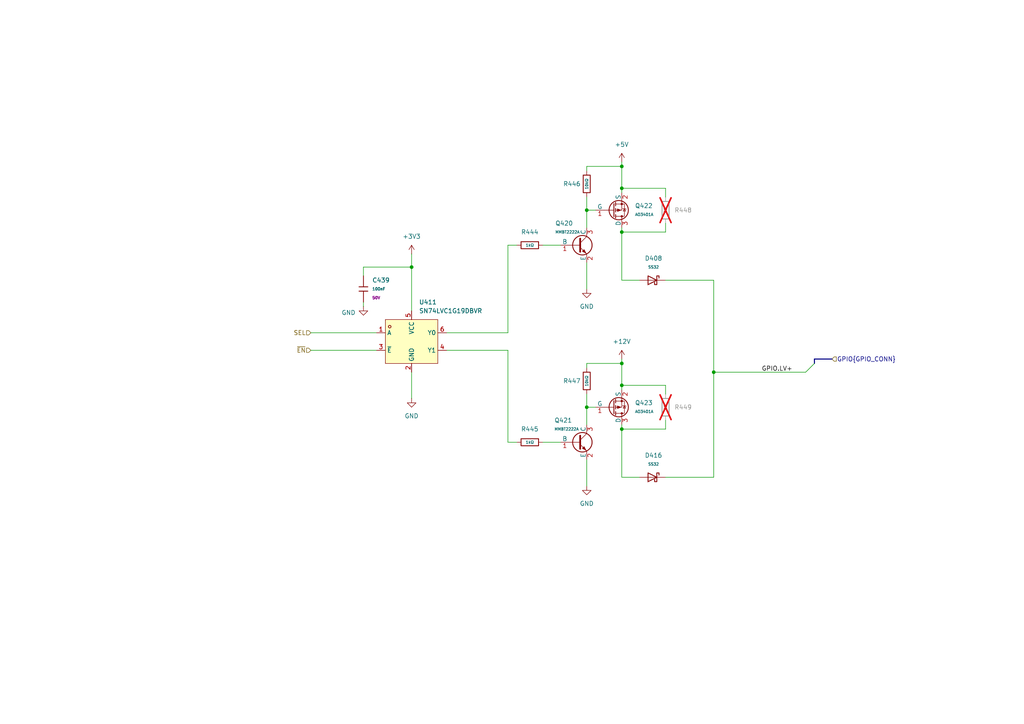
<source format=kicad_sch>
(kicad_sch (version 20250114) (generator "eeschema") (generator_version "9.0")
  (paper "A4")
  (lib_symbols
    (symbol "1to2Decoder:SN74LVC1G19DBVR"
      (property "Reference" "U" (at -6.858 7.366 0))
      (property "Value" "SN74LVC1G19DBVR" (at 10.16 -7.874 0))
      (symbol "SN74LVC1G19DBVR_0_1"
        (rectangle (start -7.62 6.35) (end 7.62 -6.35) (fill (type background)))
        (circle (center -6.35 4.32) (radius 0.38))
        (circle (center -6.35 4.32) (radius 0.38))
        (pin unspecified line (at -10.16 2.54 0) (length 2.54) (name "A") (number "1"))
        (pin unspecified line (at -10.16 -2.54 0) (length 2.54) (name "~{E}") (number "3"))
        (pin unspecified line (at 0 8.89 270) (length 2.54) (name "VCC") (number "5"))
        (pin unspecified line (at 0 -8.89 90) (length 2.54) (name "GND") (number "2"))
        (pin unspecified line (at 10.16 2.54 180) (length 2.54) (name "Y0") (number "6"))
        (pin unspecified line (at 10.16 -2.54 180) (length 2.54) (name "Y1") (number "4"))
      )
    )
    (symbol "PCM_JLCPCB-Capacitors:0402,100nF,(2)" (pin_numbers (hide yes)) (pin_names (offset 0))
      (property "Reference" "C" (at 2.032 1.668 0))
      (property "Value" "100nF" (at 2.032 -0.3782 0))
      (property "Voltage Rated" "50V" (at 2.032 -2.0462 0))
      (symbol "0402,100nF,(2)_0_1"
        (polyline (pts (xy -1.27 0.635) (xy 1.27 0.635)) (stroke (width 0.254)))
        (polyline (pts (xy -1.27 -0.635) (xy 1.27 -0.635)) (stroke (width 0.254)))
      )
      (symbol "0402,100nF,(2)_1_1"
        (pin passive line (at 0 3.81 270) (length 3.175) (name "~") (number "1"))
        (pin passive line (at 0 -3.81 90) (length 3.175) (name "~") (number "2"))
      )
    )
    (symbol "PCM_JLCPCB-Diodes:Schottky,SS32" (pin_numbers (hide yes)) (pin_names (offset 0))
      (property "Reference" "D" (at 2.032 0.834 0))
      (property "Value" "SS32" (at 2.032 -1.2122 0))
      (symbol "Schottky,SS32_0_1"
        (polyline (pts (xy -1.27 1.27) (xy 0 -1.27) (xy 1.27 1.27) (xy -1.27 1.27)) (stroke (width 0.254)))
        (polyline (pts (xy 0.635 -1.905) (xy 1.27 -1.905) (xy 1.27 -1.27) (xy -1.27 -1.27) (xy -1.27 -0.635) (xy -0.635 -0.635)) (stroke (width 0.254)))
      )
      (symbol "Schottky,SS32_1_1"
        (pin passive line (at 0 3.81 270) (length 3.81) (name "~") (number "2"))
        (pin passive line (at 0 -3.81 90) (length 3.81) (name "~") (number "1"))
      )
    )
    (symbol "PCM_JLCPCB-Resistors:0402,10kΩ" (pin_numbers (hide yes)) (pin_names (offset 0))
      (property "Reference" "R" (at 1.778 0 0))
      (property "Value" "10kΩ" (at 0 0 90))
      (symbol "0402,10kΩ_0_1"
        (rectangle (start -1.016 2.54) (end 1.016 -2.54) (stroke (width 0.254)))
      )
      (symbol "0402,10kΩ_1_1"
        (pin passive line (at 0 3.81 270) (length 1.27) (name "~") (number "1"))
        (pin passive line (at 0 -3.81 90) (length 1.27) (name "~") (number "2"))
      )
    )
    (symbol "PCM_JLCPCB-Resistors:0402,1kΩ" (pin_numbers (hide yes)) (pin_names (offset 0))
      (property "Reference" "R" (at 1.778 0 0))
      (property "Value" "1kΩ" (at 0 0 90))
      (symbol "0402,1kΩ_0_1"
        (rectangle (start -1.016 2.54) (end 1.016 -2.54) (stroke (width 0.254)))
      )
      (symbol "0402,1kΩ_1_1"
        (pin passive line (at 0 3.81 270) (length 1.27) (name "~") (number "1"))
        (pin passive line (at 0 -3.81 90) (length 1.27) (name "~") (number "2"))
      )
    )
    (symbol "PCM_JLCPCB-Resistors:0805,0Ω" (pin_numbers (hide yes)) (pin_names (offset 0))
      (property "Reference" "R" (at 1.778 0 0))
      (property "Value" "0Ω" (at 0 0 90))
      (symbol "0805,0Ω_0_1"
        (rectangle (start -1.016 2.54) (end 1.016 -2.54) (stroke (width 0.254)))
      )
      (symbol "0805,0Ω_1_1"
        (pin passive line (at 0 3.81 270) (length 1.27) (name "~") (number "1"))
        (pin passive line (at 0 -3.81 90) (length 1.27) (name "~") (number "2"))
      )
    )
    (symbol "PCM_JLCPCB-Transistors:NPN,MMBT2222A" (pin_names (offset 0))
      (property "Reference" "Q" (at 4.8514 0.834 0))
      (property "Value" "MMBT2222A" (at 4.8514 -1.2122 0))
      (symbol "NPN,MMBT2222A_0_1"
        (polyline (pts (xy -2.54 0) (xy 0.635 0)) (stroke (width 0.1524)))
        (polyline (pts (xy 0.635 1.905) (xy 0.635 -1.905) (xy 0.635 -1.905)) (stroke (width 0.508)))
        (polyline (pts (xy 0.635 0.635) (xy 2.54 2.54)))
        (polyline (pts (xy 0.635 -0.635) (xy 2.54 -2.54) (xy 2.54 -2.54)))
        (circle (center 1.27 0) (radius 2.8194) (stroke (width 0.254)))
        (polyline (pts (xy 1.27 -1.778) (xy 1.778 -1.27) (xy 2.286 -2.286) (xy 1.27 -1.778) (xy 1.27 -1.778)) (fill (type outline)))
        (polyline (pts (xy 2.794 -1.27) (xy 2.794 -1.27)) (stroke (width 0.1524)))
        (polyline (pts (xy 2.794 -1.27) (xy 2.794 -1.27)) (stroke (width 0.1524)))
      )
      (symbol "NPN,MMBT2222A_1_1"
        (pin input line (at -5.08 0 0) (length 2.54) (name "B") (number "1"))
        (pin open_collector line (at 2.54 5.08 270) (length 2.54) (name "C") (number "3"))
        (pin open_emitter line (at 2.54 -5.08 90) (length 2.54) (name "E") (number "2"))
      )
    )
    (symbol "PCM_JLCPCB-Transistors:PMOS,AO3401A" (pin_names (offset 0))
      (property "Reference" "Q" (at 4.8514 0.834 0))
      (property "Value" "AO3401A" (at 4.8514 -1.2122 0))
      (symbol "PMOS,AO3401A_0_1"
        (polyline (pts (xy 0.254 1.905) (xy 0.254 -1.905)) (stroke (width 0.254)))
        (polyline (pts (xy 0.254 0) (xy -2.54 0)))
        (polyline (pts (xy 0.762 2.286) (xy 0.762 1.27)) (stroke (width 0.254)))
        (polyline (pts (xy 0.762 1.778) (xy 3.302 1.778) (xy 3.302 -1.778) (xy 0.762 -1.778)))
        (polyline (pts (xy 0.762 0.508) (xy 0.762 -0.508)) (stroke (width 0.254)))
        (polyline (pts (xy 0.762 -1.27) (xy 0.762 -2.286)) (stroke (width 0.254)))
        (circle (center 1.651 0) (radius 2.794) (stroke (width 0.254)))
        (polyline (pts (xy 2.286 0) (xy 1.27 0.381) (xy 1.27 -0.381) (xy 2.286 0)) (fill (type outline)))
        (polyline (pts (xy 2.54 2.54) (xy 2.54 1.778)))
        (circle (center 2.54 1.778) (radius 0.254) (fill (type outline)))
        (circle (center 2.54 -1.778) (radius 0.254) (fill (type outline)))
        (polyline (pts (xy 2.54 -2.54) (xy 2.54 0) (xy 0.762 0)))
        (polyline (pts (xy 2.794 -0.508) (xy 2.921 -0.381) (xy 3.683 -0.381) (xy 3.81 -0.254)))
        (polyline (pts (xy 3.302 -0.381) (xy 2.921 0.254) (xy 3.683 0.254) (xy 3.302 -0.381)))
      )
      (symbol "PMOS,AO3401A_1_1"
        (pin input line (at -5.08 0 0) (length 2.54) (name "G") (number "1"))
        (pin passive line (at 2.54 5.08 270) (length 2.54) (name "D") (number "3"))
        (pin passive line (at 2.54 -5.08 90) (length 2.54) (name "S") (number "2"))
      )
    )
    (symbol "power:+12V" (power) (pin_numbers (hide yes)) (pin_names (offset 0) (hide yes))
      (property "Value" "+12V" (at 0 3.556 0))
      (symbol "+12V_0_1"
        (polyline (pts (xy -0.762 1.27) (xy 0 2.54)))
        (polyline (pts (xy 0 2.54) (xy 0.762 1.27)))
        (polyline (pts (xy 0 0) (xy 0 2.54)))
      )
      (symbol "+12V_1_1"
        (pin power_in line (at 0 0 90) (length 0) (name "~") (number "1"))
      )
    )
    (symbol "power:+3V3" (power) (pin_numbers (hide yes)) (pin_names (offset 0) (hide yes))
      (property "Value" "+3V3" (at 0 3.556 0))
      (symbol "+3V3_0_1"
        (polyline (pts (xy -0.762 1.27) (xy 0 2.54)))
        (polyline (pts (xy 0 2.54) (xy 0.762 1.27)))
        (polyline (pts (xy 0 0) (xy 0 2.54)))
      )
      (symbol "+3V3_1_1"
        (pin power_in line (at 0 0 90) (length 0) (name "~") (number "1"))
      )
    )
    (symbol "power:+5V" (power) (pin_numbers (hide yes)) (pin_names (offset 0) (hide yes))
      (property "Value" "+5V" (at 0 3.556 0))
      (symbol "+5V_0_1"
        (polyline (pts (xy -0.762 1.27) (xy 0 2.54)))
        (polyline (pts (xy 0 2.54) (xy 0.762 1.27)))
        (polyline (pts (xy 0 0) (xy 0 2.54)))
      )
      (symbol "+5V_1_1"
        (pin power_in line (at 0 0 90) (length 0) (name "~") (number "1"))
      )
    )
    (symbol "power:GND" (power) (pin_numbers (hide yes)) (pin_names (offset 0) (hide yes))
      (property "Value" "GND" (at 0 -3.81 0))
      (symbol "GND_0_1"
        (polyline (pts (xy 0 0) (xy 0 -1.27) (xy 1.27 -1.27) (xy 0 -2.54) (xy -1.27 -1.27) (xy 0 -1.27)))
      )
      (symbol "GND_1_1"
        (pin power_in line (at 0 0 270) (length 0) (name "~") (number "1"))
      )
    )
  )
  (junction (at 119.38 77.47))
  (junction (at 180.34 67.31))
  (junction (at 170.18 60.96))
  (junction (at 180.34 124.46))
  (junction (at 207.01 107.95))
  (junction (at 180.34 111.76))
  (junction (at 180.34 54.61))
  (junction (at 180.34 105.41))
  (junction (at 180.34 48.26))
  (junction (at 170.18 118.11))
  (bus_entry (at 236.22 105.41) (size -2.54 2.54))
  (wire (pts (xy 193.04 124.46) (xy 180.34 124.46)))
  (wire (pts (xy 180.34 48.26) (xy 180.34 54.61)))
  (wire (pts (xy 170.18 118.11) (xy 172.72 118.11)))
  (wire (pts (xy 193.04 111.76) (xy 180.34 111.76)))
  (wire (pts (xy 180.34 123.19) (xy 180.34 124.46)))
  (wire (pts (xy 105.41 80.01) (xy 105.41 77.47)))
  (wire (pts (xy 170.18 48.26) (xy 170.18 49.53)))
  (wire (pts (xy 119.38 73.66) (xy 119.38 77.47)))
  (wire (pts (xy 170.18 118.11) (xy 170.18 123.19)))
  (wire (pts (xy 162.56 71.12) (xy 157.48 71.12)))
  (wire (pts (xy 147.32 96.52) (xy 129.54 96.52)))
  (wire (pts (xy 147.32 71.12) (xy 147.32 96.52)))
  (wire (pts (xy 129.54 101.6) (xy 147.32 101.6)))
  (wire (pts (xy 105.41 88.9) (xy 105.41 87.63)))
  (wire (pts (xy 193.04 64.77) (xy 193.04 67.31)))
  (bus (pts (xy 241.3 104.14) (xy 236.22 104.14)))
  (wire (pts (xy 180.34 48.26) (xy 170.18 48.26)))
  (wire (pts (xy 193.04 121.92) (xy 193.04 124.46)))
  (wire (pts (xy 170.18 105.41) (xy 170.18 106.68)))
  (wire (pts (xy 193.04 67.31) (xy 180.34 67.31)))
  (wire (pts (xy 170.18 133.35) (xy 170.18 140.97)))
  (wire (pts (xy 185.42 138.43) (xy 180.34 138.43)))
  (wire (pts (xy 193.04 54.61) (xy 180.34 54.61)))
  (wire (pts (xy 180.34 105.41) (xy 180.34 111.76)))
  (wire (pts (xy 207.01 138.43) (xy 193.04 138.43)))
  (wire (pts (xy 180.34 124.46) (xy 180.34 138.43)))
  (wire (pts (xy 180.34 46.99) (xy 180.34 48.26)))
  (wire (pts (xy 90.17 96.52) (xy 109.22 96.52)))
  (wire (pts (xy 180.34 54.61) (xy 180.34 55.88)))
  (wire (pts (xy 207.01 81.28) (xy 207.01 107.95)))
  (wire (pts (xy 207.01 107.95) (xy 233.68 107.95)))
  (wire (pts (xy 170.18 60.96) (xy 172.72 60.96)))
  (wire (pts (xy 147.32 101.6) (xy 147.32 128.27)))
  (wire (pts (xy 193.04 114.3) (xy 193.04 111.76)))
  (bus (pts (xy 236.22 104.14) (xy 236.22 105.41)))
  (wire (pts (xy 185.42 81.28) (xy 180.34 81.28)))
  (wire (pts (xy 157.48 128.27) (xy 162.56 128.27)))
  (wire (pts (xy 193.04 57.15) (xy 193.04 54.61)))
  (wire (pts (xy 119.38 107.95) (xy 119.38 115.57)))
  (wire (pts (xy 170.18 57.15) (xy 170.18 60.96)))
  (wire (pts (xy 207.01 107.95) (xy 207.01 138.43)))
  (wire (pts (xy 147.32 128.27) (xy 149.86 128.27)))
  (wire (pts (xy 180.34 67.31) (xy 180.34 66.04)))
  (wire (pts (xy 180.34 105.41) (xy 170.18 105.41)))
  (wire (pts (xy 180.34 111.76) (xy 180.34 113.03)))
  (wire (pts (xy 119.38 77.47) (xy 119.38 90.17)))
  (wire (pts (xy 180.34 104.14) (xy 180.34 105.41)))
  (wire (pts (xy 170.18 114.3) (xy 170.18 118.11)))
  (wire (pts (xy 105.41 77.47) (xy 119.38 77.47)))
  (wire (pts (xy 193.04 81.28) (xy 207.01 81.28)))
  (wire (pts (xy 149.86 71.12) (xy 147.32 71.12)))
  (wire (pts (xy 90.17 101.6) (xy 109.22 101.6)))
  (wire (pts (xy 180.34 67.31) (xy 180.34 81.28)))
  (wire (pts (xy 170.18 76.2) (xy 170.18 83.82)))
  (wire (pts (xy 170.18 60.96) (xy 170.18 66.04)))
  (label "GPIO.LV+" (at 229.87 107.95 180))
  (hierarchical_label "SEL" (shape input) (at 90.17 96.52 180))
  (hierarchical_label "GPIO{GPIO_CONN}" (shape input) (at 241.3 104.14 0))
  (hierarchical_label "~{EN}" (shape input) (at 90.17 101.6 180))
  (symbol (lib_id "PCM_JLCPCB-Diodes:Schottky,SS32") (at 189.23 81.28 90) (unit 1)
    (property "Reference" "D403" (at 189.5475 74.93 90))
    (property "Value" "SS32" (at 189.5475 77.47 90) (effects (font (size 0.8 0.8))))
    (property "Footprint" "PCM_JLCPCB:D_SMA" (effects (hide yes)))
    (property "Datasheet" "https://wmsc.lcsc.com/wmsc/upload/file/pdf/v2/lcsc/2402291130_hongjiacheng-SS32_C18199173.pdf" (effects (hide yes)))
    (property "Description" "20V Independent Type 550mV@3.0A 3A SMA(DO-214AC) Schottky Diodes ROHS" (effects (hide yes)))
    (property "LCSC" "C18199173" (effects (hide yes)))
    (property "Stock" "50459" (effects (hide yes)))
    (property "Price" "0.039USD" (effects (hide yes)))
    (property "Process" "SMT" (effects (hide yes)))
    (property "Minimum Qty" "5" (effects (hide yes)))
    (property "Attrition Qty" "4" (effects (hide yes)))
    (property "Class" "Preferred Component" (effects (hide yes)))
    (property "Category" "Diodes,Schottky Diodes" (effects (hide yes)))
    (property "Manufacturer" "hongjiacheng" (effects (hide yes)))
    (property "Part" "SS32" (effects (hide yes)))
    (property "Rectified Current" "3A" (effects (hide yes)))
    (property "Forward Voltage (Vf@If)" "550mV@3.0A" (effects (hide yes)))
    (property "Reverse Voltage (Vr)" "20V" (effects (hide yes)))
    (property "Diode Configuration" "Independent Type" (effects (hide yes)))
    (property "Reverse Leakage Current (Ir)" "200uA@20V" (effects (hide yes)))
    (instances (project "" (path "" (reference "D408") (unit 1)) (path "" (reference "D410") (unit 1)) (path "" (reference "D407") (unit 1)) (path "" (reference "D409") (unit 1)) (path "" (reference "D405") (unit 1)) (path "" (reference "D403") (unit 1)) (path "" (reference "D406") (unit 1)) (path "" (reference "D404") (unit 1))))
  )
  (symbol (lib_id "PCM_JLCPCB-Resistors:0805,0Ω") (at 193.04 60.96 0) (unit 1) (in_bom no) (dnp yes)
    (property "Reference" "R418" (at 195.58 60.9599 0) (effects (justify left)))
    (property "Value" "0Ω" (at 193.04 60.96 90) (effects (font (size 0.8 0.8))))
    (property "Footprint" "PCM_JLCPCB:R_0805" (effects (hide yes)))
    (property "Datasheet" "https://www.lcsc.com/datasheet/lcsc_datasheet_2206010216_UNI-ROYAL-Uniroyal-Elec-0805W8F0000T5E_C17477.pdf" (effects (hide yes)))
    (property "Description" "125mW Thick Film Resistors 150V ±800ppm/°C ±1% 0Ω 0805 Chip Resistor - Surface Mount ROHS" (effects (hide yes)))
    (property "LCSC" "C17477" (effects (hide yes)))
    (property "Stock" "3372209" (effects (hide yes)))
    (property "Price" "0.005USD" (effects (hide yes)))
    (property "Process" "SMT" (effects (hide yes)))
    (property "Minimum Qty" "20" (effects (hide yes)))
    (property "Attrition Qty" "10" (effects (hide yes)))
    (property "Class" "Basic Component" (effects (hide yes)))
    (property "Category" "Resistors,Chip Resistor - Surface Mount" (effects (hide yes)))
    (property "Manufacturer" "UNI-ROYAL(Uniroyal Elec)" (effects (hide yes)))
    (property "Part" "0805W8F0000T5E" (effects (hide yes)))
    (property "Resistance" "0Ω" (effects (hide yes)))
    (property "Power(Watts)" "125mW" (effects (hide yes)))
    (property "Type" "Thick Film Resistors" (effects (hide yes)))
    (property "Overload Voltage (Max)" "150V" (effects (hide yes)))
    (property "Operating Temperature Range" "-55°C~+155°C" (effects (hide yes)))
    (property "Tolerance" "±1%" (effects (hide yes)))
    (property "Temperature Coefficient" "±800ppm/°C" (effects (hide yes)))
    (instances (project "base-module" (path "" (reference "R448") (unit 1)) (path "" (reference "R460") (unit 1)) (path "" (reference "R442") (unit 1)) (path "" (reference "R454") (unit 1)) (path "" (reference "R424") (unit 1)) (path "" (reference "R418") (unit 1)) (path "" (reference "R433") (unit 1)) (path "" (reference "R436") (unit 1))))
  )
  (symbol (lib_id "PCM_JLCPCB-Resistors:0805,0Ω") (at 193.04 118.11 0) (unit 1) (in_bom no) (dnp yes)
    (property "Reference" "R419" (at 195.58 118.1099 0) (effects (justify left)))
    (property "Value" "0Ω" (at 193.04 118.11 90) (effects (font (size 0.8 0.8))))
    (property "Footprint" "PCM_JLCPCB:R_0805" (effects (hide yes)))
    (property "Datasheet" "https://www.lcsc.com/datasheet/lcsc_datasheet_2206010216_UNI-ROYAL-Uniroyal-Elec-0805W8F0000T5E_C17477.pdf" (effects (hide yes)))
    (property "Description" "125mW Thick Film Resistors 150V ±800ppm/°C ±1% 0Ω 0805 Chip Resistor - Surface Mount ROHS" (effects (hide yes)))
    (property "LCSC" "C17477" (effects (hide yes)))
    (property "Stock" "3372209" (effects (hide yes)))
    (property "Price" "0.005USD" (effects (hide yes)))
    (property "Process" "SMT" (effects (hide yes)))
    (property "Minimum Qty" "20" (effects (hide yes)))
    (property "Attrition Qty" "10" (effects (hide yes)))
    (property "Class" "Basic Component" (effects (hide yes)))
    (property "Category" "Resistors,Chip Resistor - Surface Mount" (effects (hide yes)))
    (property "Manufacturer" "UNI-ROYAL(Uniroyal Elec)" (effects (hide yes)))
    (property "Part" "0805W8F0000T5E" (effects (hide yes)))
    (property "Resistance" "0Ω" (effects (hide yes)))
    (property "Power(Watts)" "125mW" (effects (hide yes)))
    (property "Type" "Thick Film Resistors" (effects (hide yes)))
    (property "Overload Voltage (Max)" "150V" (effects (hide yes)))
    (property "Operating Temperature Range" "-55°C~+155°C" (effects (hide yes)))
    (property "Tolerance" "±1%" (effects (hide yes)))
    (property "Temperature Coefficient" "±800ppm/°C" (effects (hide yes)))
    (instances (project "base-module" (path "" (reference "R449") (unit 1)) (path "" (reference "R461") (unit 1)) (path "" (reference "R443") (unit 1)) (path "" (reference "R455") (unit 1)) (path "" (reference "R425") (unit 1)) (path "" (reference "R419") (unit 1)) (path "" (reference "R434") (unit 1)) (path "" (reference "R437") (unit 1))))
  )
  (symbol (lib_id "PCM_JLCPCB-Resistors:0402,10kΩ") (at 170.18 53.34 0) (unit 1)
    (property "Reference" "R415" (at 163.322 53.34 0) (effects (justify left)))
    (property "Value" "10kΩ" (at 170.18 53.34 90) (effects (font (size 0.8 0.8))))
    (property "Footprint" "PCM_JLCPCB:R_0402" (effects (hide yes)))
    (property "Datasheet" "https://www.lcsc.com/datasheet/lcsc_datasheet_2411221126_UNI-ROYAL-Uniroyal-Elec-0402WGF1002TCE_C25744.pdf" (effects (hide yes)))
    (property "Description" "62.5mW Thick Film Resistors 50V ±100ppm/°C ±1% 10kΩ 0402 Chip Resistor - Surface Mount ROHS" (effects (hide yes)))
    (property "LCSC" "C25744" (effects (hide yes)))
    (property "Stock" "6144808" (effects (hide yes)))
    (property "Price" "0.004USD" (effects (hide yes)))
    (property "Process" "SMT" (effects (hide yes)))
    (property "Minimum Qty" "5" (effects (hide yes)))
    (property "Attrition Qty" "10" (effects (hide yes)))
    (property "Class" "Basic Component" (effects (hide yes)))
    (property "Category" "Resistors,Chip Resistor - Surface Mount" (effects (hide yes)))
    (property "Manufacturer" "UNI-ROYAL(Uniroyal Elec)" (effects (hide yes)))
    (property "Part" "0402WGF1002TCE" (effects (hide yes)))
    (property "Resistance" "10kΩ" (effects (hide yes)))
    (property "Power(Watts)" "62.5mW" (effects (hide yes)))
    (property "Type" "Thick Film Resistors" (effects (hide yes)))
    (property "Overload Voltage (Max)" "50V" (effects (hide yes)))
    (property "Operating Temperature Range" "-55°C~+155°C" (effects (hide yes)))
    (property "Tolerance" "±1%" (effects (hide yes)))
    (property "Temperature Coefficient" "±100ppm/°C" (effects (hide yes)))
    (instances (project "base-module" (path "" (reference "R446") (unit 1)) (path "" (reference "R458") (unit 1)) (path "" (reference "R440") (unit 1)) (path "" (reference "R452") (unit 1)) (path "" (reference "R422") (unit 1)) (path "" (reference "R415") (unit 1)) (path "" (reference "R431") (unit 1)) (path "" (reference "R430") (unit 1))))
  )
  (symbol (lib_id "power:GND") (at 170.18 140.97 0) (unit 1)
    (property "Reference" "#PWR0508" (effects (hide yes)))
    (property "Value" "GND" (at 170.18 146.05 0))
    (property "Description" "Power symbol creates a global label with name \"GND\" , ground" (effects (hide yes)))
    (instances (project "base-module" (path "" (reference "#PWR0541") (unit 1)) (path "" (reference "#PWR0555") (unit 1)) (path "" (reference "#PWR0534") (unit 1)) (path "" (reference "#PWR0548") (unit 1)) (path "" (reference "#PWR0519") (unit 1)) (path "" (reference "#PWR0508") (unit 1)) (path "" (reference "#PWR0526") (unit 1)) (path "" (reference "#PWR0516") (unit 1))))
  )
  (symbol (lib_id "PCM_JLCPCB-Diodes:Schottky,SS32") (at 189.23 138.43 90) (unit 1)
    (property "Reference" "D411" (at 189.5475 132.08 90))
    (property "Value" "SS32" (at 189.5475 134.62 90) (effects (font (size 0.8 0.8))))
    (property "Footprint" "PCM_JLCPCB:D_SMA" (effects (hide yes)))
    (property "Datasheet" "https://wmsc.lcsc.com/wmsc/upload/file/pdf/v2/lcsc/2402291130_hongjiacheng-SS32_C18199173.pdf" (effects (hide yes)))
    (property "Description" "20V Independent Type 550mV@3.0A 3A SMA(DO-214AC) Schottky Diodes ROHS" (effects (hide yes)))
    (property "LCSC" "C18199173" (effects (hide yes)))
    (property "Stock" "50459" (effects (hide yes)))
    (property "Price" "0.039USD" (effects (hide yes)))
    (property "Process" "SMT" (effects (hide yes)))
    (property "Minimum Qty" "5" (effects (hide yes)))
    (property "Attrition Qty" "4" (effects (hide yes)))
    (property "Class" "Preferred Component" (effects (hide yes)))
    (property "Category" "Diodes,Schottky Diodes" (effects (hide yes)))
    (property "Manufacturer" "hongjiacheng" (effects (hide yes)))
    (property "Part" "SS32" (effects (hide yes)))
    (property "Rectified Current" "3A" (effects (hide yes)))
    (property "Forward Voltage (Vf@If)" "550mV@3.0A" (effects (hide yes)))
    (property "Reverse Voltage (Vr)" "20V" (effects (hide yes)))
    (property "Diode Configuration" "Independent Type" (effects (hide yes)))
    (property "Reverse Leakage Current (Ir)" "200uA@20V" (effects (hide yes)))
    (instances (project "base-module" (path "" (reference "D416") (unit 1)) (path "" (reference "D418") (unit 1)) (path "" (reference "D415") (unit 1)) (path "" (reference "D417") (unit 1)) (path "" (reference "D413") (unit 1)) (path "" (reference "D411") (unit 1)) (path "" (reference "D414") (unit 1)) (path "" (reference "D412") (unit 1))))
  )
  (symbol (lib_id "power:GND") (at 119.38 115.57 0) (unit 1)
    (property "Reference" "#PWR0433" (effects (hide yes)))
    (property "Value" "GND" (at 119.38 120.65 0))
    (property "Description" "Power symbol creates a global label with name \"GND\" , ground" (effects (hide yes)))
    (instances (project "base-module" (path "" (reference "#PWR0539") (unit 1)) (path "" (reference "#PWR0553") (unit 1)) (path "" (reference "#PWR0532") (unit 1)) (path "" (reference "#PWR0546") (unit 1)) (path "" (reference "#PWR0506") (unit 1)) (path "" (reference "#PWR0433") (unit 1)) (path "" (reference "#PWR0524") (unit 1)) (path "" (reference "#PWR0514") (unit 1))))
  )
  (symbol (lib_id "1to2Decoder:SN74LVC1G19DBVR") (at 119.38 99.06 0) (unit 1)
    (property "Reference" "U401" (at 121.5233 87.63 0) (effects (justify left)))
    (property "Value" "SN74LVC1G19DBVR" (at 121.5233 90.17 0) (effects (justify left)))
    (property "Footprint" "Package_TO_SOT_SMD:SOT-23-6" (effects (hide yes)))
    (property "Datasheet" "https://lcsc.com/product-detail/74-Series_TI_SN74LVC1G19DBVR_SN74LVC1G19DBVR_C58923.html" (effects (hide yes)))
    (property "LCSC Part" "C58923" (effects (hide yes)))
    (instances (project "base-module" (path "" (reference "U411") (unit 1)) (path "" (reference "U413") (unit 1)) (path "" (reference "U410") (unit 1)) (path "" (reference "U412") (unit 1)) (path "" (reference "U405") (unit 1)) (path "" (reference "U401") (unit 1)) (path "" (reference "U406") (unit 1)) (path "" (reference "U404") (unit 1))))
  )
  (symbol (lib_id "power:+3V3") (at 119.38 73.66 0) (unit 1)
    (property "Reference" "#PWR0431" (effects (hide yes)))
    (property "Value" "+3V3" (at 119.38 68.58 0))
    (property "Description" "Power symbol creates a global label with name \"+3V3\"" (effects (hide yes)))
    (instances (project "base-module" (path "" (reference "#PWR0538") (unit 1)) (path "" (reference "#PWR0552") (unit 1)) (path "" (reference "#PWR0531") (unit 1)) (path "" (reference "#PWR0545") (unit 1)) (path "" (reference "#PWR0432") (unit 1)) (path "" (reference "#PWR0431") (unit 1)) (path "" (reference "#PWR0523") (unit 1)) (path "" (reference "#PWR0513") (unit 1))))
  )
  (symbol (lib_id "PCM_JLCPCB-Transistors:PMOS,AO3401A") (at 177.8 118.11 0) (mirror x) (unit 1)
    (property "Reference" "Q403" (at 184.15 116.8399 0) (effects (justify left)))
    (property "Value" "AO3401A" (at 184.15 119.38 0) (effects (font (size 0.8 0.8)) (justify left)))
    (property "Footprint" "PCM_JLCPCB:Q_SOT-23" (effects (hide yes)))
    (property "Datasheet" "https://www.lcsc.com/datasheet/lcsc_datasheet_1810171817_Alpha---Omega-Semicon-AO3401A_C15127.pdf" (effects (hide yes)))
    (property "Description" "30V 4A 44mΩ@10V,4.3A 1.4W 1.3V@250uA 1 Piece P-Channel SOT-23 MOSFETs ROHS" (effects (hide yes)))
    (property "LCSC" "C15127" (effects (hide yes)))
    (property "Stock" "1497268" (effects (hide yes)))
    (property "Price" "0.061USD" (effects (hide yes)))
    (property "Process" "SMT" (effects (hide yes)))
    (property "Minimum Qty" "5" (effects (hide yes)))
    (property "Attrition Qty" "4" (effects (hide yes)))
    (property "Class" "Basic Component" (effects (hide yes)))
    (property "Category" "Transistors,MOSFETs" (effects (hide yes)))
    (property "Manufacturer" "Alpha & Omega Semicon" (effects (hide yes)))
    (property "Part" "AO3401A" (effects (hide yes)))
    (property "Continuous Drain Current (Id)" "4A" (effects (hide yes)))
    (property "Input Capacitance (Ciss@Vds)" "1.2nF@15V" (effects (hide yes)))
    (property "Operating Temperature" "-55°C~+150°C@(Tj)" (effects (hide yes)))
    (property "Type" "1 Piece P-Channel" (effects (hide yes)))
    (property "Drain Source Voltage (Vdss)" "30V" (effects (hide yes)))
    (property "Power Dissipation (Pd)" "1.4W" (effects (hide yes)))
    (property "Gate Threshold Voltage (Vgs(th)@Id)" "1.3V@250uA" (effects (hide yes)))
    (property "Drain Source On Resistance (RDS(on)@Vgs,Id)" "44mΩ@10V,4.3A" (effects (hide yes)))
    (property "Total Gate Charge (Qg@Vgs)" "12.2nC@4.5V" (effects (hide yes)))
    (instances (project "base-module" (path "" (reference "Q423") (unit 1)) (path "" (reference "Q431") (unit 1)) (path "" (reference "Q419") (unit 1)) (path "" (reference "Q427") (unit 1)) (path "" (reference "Q411") (unit 1)) (path "" (reference "Q403") (unit 1)) (path "" (reference "Q415") (unit 1)) (path "" (reference "Q407") (unit 1))))
  )
  (symbol (lib_id "PCM_JLCPCB-Resistors:0402,1kΩ") (at 153.67 71.12 90) (unit 1)
    (property "Reference" "R407" (at 153.67 67.31 90))
    (property "Value" "1kΩ" (at 153.67 71.12 90) (effects (font (size 0.8 0.8))))
    (property "Footprint" "PCM_JLCPCB:R_0402" (effects (hide yes)))
    (property "Datasheet" "https://www.lcsc.com/datasheet/lcsc_datasheet_2206010216_UNI-ROYAL-Uniroyal-Elec-0402WGF1001TCE_C11702.pdf" (effects (hide yes)))
    (property "Description" "62.5mW Thick Film Resistors 50V ±100ppm/°C ±1% 1kΩ 0402 Chip Resistor - Surface Mount ROHS" (effects (hide yes)))
    (property "LCSC" "C11702" (effects (hide yes)))
    (property "Stock" "6889074" (effects (hide yes)))
    (property "Price" "0.004USD" (effects (hide yes)))
    (property "Process" "SMT" (effects (hide yes)))
    (property "Minimum Qty" "20" (effects (hide yes)))
    (property "Attrition Qty" "10" (effects (hide yes)))
    (property "Class" "Basic Component" (effects (hide yes)))
    (property "Category" "Resistors,Chip Resistor - Surface Mount" (effects (hide yes)))
    (property "Manufacturer" "UNI-ROYAL(Uniroyal Elec)" (effects (hide yes)))
    (property "Part" "0402WGF1001TCE" (effects (hide yes)))
    (property "Resistance" "1kΩ" (effects (hide yes)))
    (property "Power(Watts)" "62.5mW" (effects (hide yes)))
    (property "Type" "Thick Film Resistors" (effects (hide yes)))
    (property "Overload Voltage (Max)" "50V" (effects (hide yes)))
    (property "Operating Temperature Range" "-55°C~+155°C" (effects (hide yes)))
    (property "Tolerance" "±1%" (effects (hide yes)))
    (property "Temperature Coefficient" "±100ppm/°C" (effects (hide yes)))
    (instances (project "base-module" (path "" (reference "R444") (unit 1)) (path "" (reference "R456") (unit 1)) (path "" (reference "R438") (unit 1)) (path "" (reference "R450") (unit 1)) (path "" (reference "R420") (unit 1)) (path "" (reference "R407") (unit 1)) (path "" (reference "R426") (unit 1)) (path "" (reference "R428") (unit 1))))
  )
  (symbol (lib_id "PCM_JLCPCB-Capacitors:0402,100nF,(2)") (at 105.41 83.82 0) (unit 1)
    (property "Reference" "C433" (at 107.95 81.2799 0) (effects (justify left)))
    (property "Value" "100nF" (at 107.95 83.82 0) (effects (font (size 0.8 0.8)) (justify left)))
    (property "Footprint" "PCM_JLCPCB:C_0402" (effects (hide yes)))
    (property "Datasheet" "https://www.lcsc.com/datasheet/lcsc_datasheet_2304140030_Samsung-Electro-Mechanics-CL05B104KB54PNC_C307331.pdf" (effects (hide yes)))
    (property "Description" "50V 100nF X7R ±10% 0402 Multilayer Ceramic Capacitors MLCC - SMD/SMT ROHS" (effects (hide yes)))
    (property "LCSC" "C307331" (effects (hide yes)))
    (property "Stock" "5475927" (effects (hide yes)))
    (property "Price" "0.008USD" (effects (hide yes)))
    (property "Process" "SMT" (effects (hide yes)))
    (property "Minimum Qty" "20" (effects (hide yes)))
    (property "Attrition Qty" "10" (effects (hide yes)))
    (property "Class" "Basic Component" (effects (hide yes)))
    (property "Category" "Capacitors,Multilayer Ceramic Capacitors MLCC - SMD/SMT" (effects (hide yes)))
    (property "Manufacturer" "Samsung Electro-Mechanics" (effects (hide yes)))
    (property "Part" "CL05B104KB54PNC" (effects (hide yes)))
    (property "Voltage Rated" "50V" (at 107.95 86.36 0) (effects (font (size 0.8 0.8)) (justify left)))
    (property "Tolerance" "±10%" (effects (hide yes)))
    (property "Capacitance" "100nF" (effects (hide yes)))
    (property "Temperature Coefficient" "X7R" (effects (hide yes)))
    (instances (project "base-module" (path "" (reference "C439") (unit 1)) (path "" (reference "C441") (unit 1)) (path "" (reference "C438") (unit 1)) (path "" (reference "C440") (unit 1)) (path "" (reference "C435") (unit 1)) (path "" (reference "C433") (unit 1)) (path "" (reference "C437") (unit 1)) (path "" (reference "C436") (unit 1))))
  )
  (symbol (lib_id "PCM_JLCPCB-Transistors:PMOS,AO3401A") (at 177.8 60.96 0) (mirror x) (unit 1)
    (property "Reference" "Q402" (at 184.15 59.6899 0) (effects (justify left)))
    (property "Value" "AO3401A" (at 184.15 62.23 0) (effects (font (size 0.8 0.8)) (justify left)))
    (property "Footprint" "PCM_JLCPCB:Q_SOT-23" (effects (hide yes)))
    (property "Datasheet" "https://www.lcsc.com/datasheet/lcsc_datasheet_1810171817_Alpha---Omega-Semicon-AO3401A_C15127.pdf" (effects (hide yes)))
    (property "Description" "30V 4A 44mΩ@10V,4.3A 1.4W 1.3V@250uA 1 Piece P-Channel SOT-23 MOSFETs ROHS" (effects (hide yes)))
    (property "LCSC" "C15127" (effects (hide yes)))
    (property "Stock" "1497268" (effects (hide yes)))
    (property "Price" "0.061USD" (effects (hide yes)))
    (property "Process" "SMT" (effects (hide yes)))
    (property "Minimum Qty" "5" (effects (hide yes)))
    (property "Attrition Qty" "4" (effects (hide yes)))
    (property "Class" "Basic Component" (effects (hide yes)))
    (property "Category" "Transistors,MOSFETs" (effects (hide yes)))
    (property "Manufacturer" "Alpha & Omega Semicon" (effects (hide yes)))
    (property "Part" "AO3401A" (effects (hide yes)))
    (property "Continuous Drain Current (Id)" "4A" (effects (hide yes)))
    (property "Input Capacitance (Ciss@Vds)" "1.2nF@15V" (effects (hide yes)))
    (property "Operating Temperature" "-55°C~+150°C@(Tj)" (effects (hide yes)))
    (property "Type" "1 Piece P-Channel" (effects (hide yes)))
    (property "Drain Source Voltage (Vdss)" "30V" (effects (hide yes)))
    (property "Power Dissipation (Pd)" "1.4W" (effects (hide yes)))
    (property "Gate Threshold Voltage (Vgs(th)@Id)" "1.3V@250uA" (effects (hide yes)))
    (property "Drain Source On Resistance (RDS(on)@Vgs,Id)" "44mΩ@10V,4.3A" (effects (hide yes)))
    (property "Total Gate Charge (Qg@Vgs)" "12.2nC@4.5V" (effects (hide yes)))
    (instances (project "base-module" (path "" (reference "Q422") (unit 1)) (path "" (reference "Q430") (unit 1)) (path "" (reference "Q418") (unit 1)) (path "" (reference "Q426") (unit 1)) (path "" (reference "Q410") (unit 1)) (path "" (reference "Q402") (unit 1)) (path "" (reference "Q414") (unit 1)) (path "" (reference "Q406") (unit 1))))
  )
  (symbol (lib_id "power:GND") (at 105.41 88.9 0) (unit 1)
    (property "Reference" "#PWR0429" (effects (hide yes)))
    (property "Value" "GND" (at 101.092 90.678 0))
    (property "Description" "Power symbol creates a global label with name \"GND\" , ground" (effects (hide yes)))
    (instances (project "base-module" (path "" (reference "#PWR0537") (unit 1)) (path "" (reference "#PWR0551") (unit 1)) (path "" (reference "#PWR0530") (unit 1)) (path "" (reference "#PWR0544") (unit 1)) (path "" (reference "#PWR0430") (unit 1)) (path "" (reference "#PWR0429") (unit 1)) (path "" (reference "#PWR0522") (unit 1)) (path "" (reference "#PWR0512") (unit 1))))
  )
  (symbol (lib_id "PCM_JLCPCB-Resistors:0402,10kΩ") (at 170.18 110.49 0) (unit 1)
    (property "Reference" "R416" (at 163.322 110.49 0) (effects (justify left)))
    (property "Value" "10kΩ" (at 170.18 110.49 90) (effects (font (size 0.8 0.8))))
    (property "Footprint" "PCM_JLCPCB:R_0402" (effects (hide yes)))
    (property "Datasheet" "https://www.lcsc.com/datasheet/lcsc_datasheet_2411221126_UNI-ROYAL-Uniroyal-Elec-0402WGF1002TCE_C25744.pdf" (effects (hide yes)))
    (property "Description" "62.5mW Thick Film Resistors 50V ±100ppm/°C ±1% 10kΩ 0402 Chip Resistor - Surface Mount ROHS" (effects (hide yes)))
    (property "LCSC" "C25744" (effects (hide yes)))
    (property "Stock" "6144808" (effects (hide yes)))
    (property "Price" "0.004USD" (effects (hide yes)))
    (property "Process" "SMT" (effects (hide yes)))
    (property "Minimum Qty" "5" (effects (hide yes)))
    (property "Attrition Qty" "10" (effects (hide yes)))
    (property "Class" "Basic Component" (effects (hide yes)))
    (property "Category" "Resistors,Chip Resistor - Surface Mount" (effects (hide yes)))
    (property "Manufacturer" "UNI-ROYAL(Uniroyal Elec)" (effects (hide yes)))
    (property "Part" "0402WGF1002TCE" (effects (hide yes)))
    (property "Resistance" "10kΩ" (effects (hide yes)))
    (property "Power(Watts)" "62.5mW" (effects (hide yes)))
    (property "Type" "Thick Film Resistors" (effects (hide yes)))
    (property "Overload Voltage (Max)" "50V" (effects (hide yes)))
    (property "Operating Temperature Range" "-55°C~+155°C" (effects (hide yes)))
    (property "Tolerance" "±1%" (effects (hide yes)))
    (property "Temperature Coefficient" "±100ppm/°C" (effects (hide yes)))
    (instances (project "base-module" (path "" (reference "R447") (unit 1)) (path "" (reference "R459") (unit 1)) (path "" (reference "R441") (unit 1)) (path "" (reference "R453") (unit 1)) (path "" (reference "R423") (unit 1)) (path "" (reference "R416") (unit 1)) (path "" (reference "R432") (unit 1)) (path "" (reference "R435") (unit 1))))
  )
  (symbol (lib_id "power:+5V") (at 180.34 46.99 0) (unit 1)
    (property "Reference" "#PWR0509" (effects (hide yes)))
    (property "Value" "+5V" (at 180.34 41.91 0))
    (property "Description" "Power symbol creates a global label with name \"+5V\"" (effects (hide yes)))
    (instances (project "base-module" (path "" (reference "#PWR0542") (unit 1)) (path "" (reference "#PWR0556") (unit 1)) (path "" (reference "#PWR0535") (unit 1)) (path "" (reference "#PWR0549") (unit 1)) (path "" (reference "#PWR0520") (unit 1)) (path "" (reference "#PWR0509") (unit 1)) (path "" (reference "#PWR0527") (unit 1)) (path "" (reference "#PWR0517") (unit 1))))
  )
  (symbol (lib_id "power:+12V") (at 180.34 104.14 0) (unit 1)
    (property "Reference" "#PWR0511" (effects (hide yes)))
    (property "Value" "+12V" (at 180.34 99.06 0))
    (property "Description" "Power symbol creates a global label with name \"+12V\"" (effects (hide yes)))
    (instances (project "base-module" (path "" (reference "#PWR0543") (unit 1)) (path "" (reference "#PWR0557") (unit 1)) (path "" (reference "#PWR0536") (unit 1)) (path "" (reference "#PWR0550") (unit 1)) (path "" (reference "#PWR0521") (unit 1)) (path "" (reference "#PWR0511") (unit 1)) (path "" (reference "#PWR0528") (unit 1)) (path "" (reference "#PWR0518") (unit 1))))
  )
  (symbol (lib_id "PCM_JLCPCB-Transistors:NPN,MMBT2222A") (at 167.64 128.27 0) (unit 1)
    (property "Reference" "Q401" (at 160.782 121.9199 0) (effects (justify left)))
    (property "Value" "MMBT2222A" (at 160.782 124.46 0) (effects (font (size 0.8 0.8)) (justify left)))
    (property "Footprint" "PCM_JLCPCB:Q_SOT-23" (effects (hide yes)))
    (property "Datasheet" "https://wmsc.lcsc.com/wmsc/upload/file/pdf/v2/lcsc/2312221203_hongjiacheng-MMBT2222A_C7420351.pdf" (effects (hide yes)))
    (property "Description" "40V 300mW 100@150mA,10V 600mA NPN SOT-23 Bipolar (BJT) ROHS" (effects (hide yes)))
    (property "LCSC" "C7420351" (effects (hide yes)))
    (property "Stock" "149373" (effects (hide yes)))
    (property "Price" "0.018USD" (effects (hide yes)))
    (property "Process" "SMT" (effects (hide yes)))
    (property "Minimum Qty" "10" (effects (hide yes)))
    (property "Attrition Qty" "5" (effects (hide yes)))
    (property "Class" "Preferred Component" (effects (hide yes)))
    (property "Category" "Triode/MOS Tube/Transistor,Bipolar Transistors - BJT" (effects (hide yes)))
    (property "Manufacturer" "hongjiacheng" (effects (hide yes)))
    (property "Part" "MMBT2222A" (effects (hide yes)))
    (property "Transition Frequency (fT)" "300MHz" (effects (hide yes)))
    (property "Operating Temperature" "-55°C~+150°C" (effects (hide yes)))
    (property "Collector Cut-Off Current (Icbo)" "0.1uA" (effects (hide yes)))
    (property "Transistor Type" "NPN" (effects (hide yes)))
    (property "DC Current Gain (hFE@Ic,Vce)" "100@150mA,10V" (effects (hide yes)))
    (property "Power Dissipation (Pd)" "300mW" (effects (hide yes)))
    (property "Collector Current (Ic)" "600mA" (effects (hide yes)))
    (property "Collector-Emitter Saturation Voltage (VCE(sat)@Ic,Ib)" "0.3V@800mA,80mA" (effects (hide yes)))
    (property "Collector-Emitter Breakdown Voltage (Vceo)" "null" (effects (hide yes)))
    (instances (project "base-module" (path "" (reference "Q421") (unit 1)) (path "" (reference "Q429") (unit 1)) (path "" (reference "Q417") (unit 1)) (path "" (reference "Q425") (unit 1)) (path "" (reference "Q409") (unit 1)) (path "" (reference "Q401") (unit 1)) (path "" (reference "Q413") (unit 1)) (path "" (reference "Q405") (unit 1))))
  )
  (symbol (lib_id "power:GND") (at 170.18 83.82 0) (unit 1)
    (property "Reference" "#PWR0507" (effects (hide yes)))
    (property "Value" "GND" (at 170.18 88.9 0))
    (property "Description" "Power symbol creates a global label with name \"GND\" , ground" (effects (hide yes)))
    (instances (project "base-module" (path "" (reference "#PWR0540") (unit 1)) (path "" (reference "#PWR0554") (unit 1)) (path "" (reference "#PWR0533") (unit 1)) (path "" (reference "#PWR0547") (unit 1)) (path "" (reference "#PWR0510") (unit 1)) (path "" (reference "#PWR0507") (unit 1)) (path "" (reference "#PWR0525") (unit 1)) (path "" (reference "#PWR0515") (unit 1))))
  )
  (symbol (lib_id "PCM_JLCPCB-Resistors:0402,1kΩ") (at 153.67 128.27 90) (unit 1)
    (property "Reference" "R414" (at 153.67 124.46 90))
    (property "Value" "1kΩ" (at 153.67 128.27 90) (effects (font (size 0.8 0.8))))
    (property "Footprint" "PCM_JLCPCB:R_0402" (effects (hide yes)))
    (property "Datasheet" "https://www.lcsc.com/datasheet/lcsc_datasheet_2206010216_UNI-ROYAL-Uniroyal-Elec-0402WGF1001TCE_C11702.pdf" (effects (hide yes)))
    (property "Description" "62.5mW Thick Film Resistors 50V ±100ppm/°C ±1% 1kΩ 0402 Chip Resistor - Surface Mount ROHS" (effects (hide yes)))
    (property "LCSC" "C11702" (effects (hide yes)))
    (property "Stock" "6889074" (effects (hide yes)))
    (property "Price" "0.004USD" (effects (hide yes)))
    (property "Process" "SMT" (effects (hide yes)))
    (property "Minimum Qty" "20" (effects (hide yes)))
    (property "Attrition Qty" "10" (effects (hide yes)))
    (property "Class" "Basic Component" (effects (hide yes)))
    (property "Category" "Resistors,Chip Resistor - Surface Mount" (effects (hide yes)))
    (property "Manufacturer" "UNI-ROYAL(Uniroyal Elec)" (effects (hide yes)))
    (property "Part" "0402WGF1001TCE" (effects (hide yes)))
    (property "Resistance" "1kΩ" (effects (hide yes)))
    (property "Power(Watts)" "62.5mW" (effects (hide yes)))
    (property "Type" "Thick Film Resistors" (effects (hide yes)))
    (property "Overload Voltage (Max)" "50V" (effects (hide yes)))
    (property "Operating Temperature Range" "-55°C~+155°C" (effects (hide yes)))
    (property "Tolerance" "±1%" (effects (hide yes)))
    (property "Temperature Coefficient" "±100ppm/°C" (effects (hide yes)))
    (instances (project "base-module" (path "" (reference "R445") (unit 1)) (path "" (reference "R457") (unit 1)) (path "" (reference "R439") (unit 1)) (path "" (reference "R451") (unit 1)) (path "" (reference "R421") (unit 1)) (path "" (reference "R414") (unit 1)) (path "" (reference "R427") (unit 1)) (path "" (reference "R429") (unit 1))))
  )
  (symbol (lib_id "PCM_JLCPCB-Transistors:NPN,MMBT2222A") (at 167.64 71.12 0) (unit 1)
    (property "Reference" "Q400" (at 161.036 64.7699 0) (effects (justify left)))
    (property "Value" "MMBT2222A" (at 161.036 67.31 0) (effects (font (size 0.8 0.8)) (justify left)))
    (property "Footprint" "PCM_JLCPCB:Q_SOT-23" (effects (hide yes)))
    (property "Datasheet" "https://wmsc.lcsc.com/wmsc/upload/file/pdf/v2/lcsc/2312221203_hongjiacheng-MMBT2222A_C7420351.pdf" (effects (hide yes)))
    (property "Description" "40V 300mW 100@150mA,10V 600mA NPN SOT-23 Bipolar (BJT) ROHS" (effects (hide yes)))
    (property "LCSC" "C7420351" (effects (hide yes)))
    (property "Stock" "149373" (effects (hide yes)))
    (property "Price" "0.018USD" (effects (hide yes)))
    (property "Process" "SMT" (effects (hide yes)))
    (property "Minimum Qty" "10" (effects (hide yes)))
    (property "Attrition Qty" "5" (effects (hide yes)))
    (property "Class" "Preferred Component" (effects (hide yes)))
    (property "Category" "Triode/MOS Tube/Transistor,Bipolar Transistors - BJT" (effects (hide yes)))
    (property "Manufacturer" "hongjiacheng" (effects (hide yes)))
    (property "Part" "MMBT2222A" (effects (hide yes)))
    (property "Transition Frequency (fT)" "300MHz" (effects (hide yes)))
    (property "Operating Temperature" "-55°C~+150°C" (effects (hide yes)))
    (property "Collector Cut-Off Current (Icbo)" "0.1uA" (effects (hide yes)))
    (property "Transistor Type" "NPN" (effects (hide yes)))
    (property "DC Current Gain (hFE@Ic,Vce)" "100@150mA,10V" (effects (hide yes)))
    (property "Power Dissipation (Pd)" "300mW" (effects (hide yes)))
    (property "Collector Current (Ic)" "600mA" (effects (hide yes)))
    (property "Collector-Emitter Saturation Voltage (VCE(sat)@Ic,Ib)" "0.3V@800mA,80mA" (effects (hide yes)))
    (property "Collector-Emitter Breakdown Voltage (Vceo)" "null" (effects (hide yes)))
    (instances (project "base-module" (path "" (reference "Q420") (unit 1)) (path "" (reference "Q428") (unit 1)) (path "" (reference "Q416") (unit 1)) (path "" (reference "Q424") (unit 1)) (path "" (reference "Q408") (unit 1)) (path "" (reference "Q400") (unit 1)) (path "" (reference "Q412") (unit 1)) (path "" (reference "Q404") (unit 1))))
  )
)
</source>
